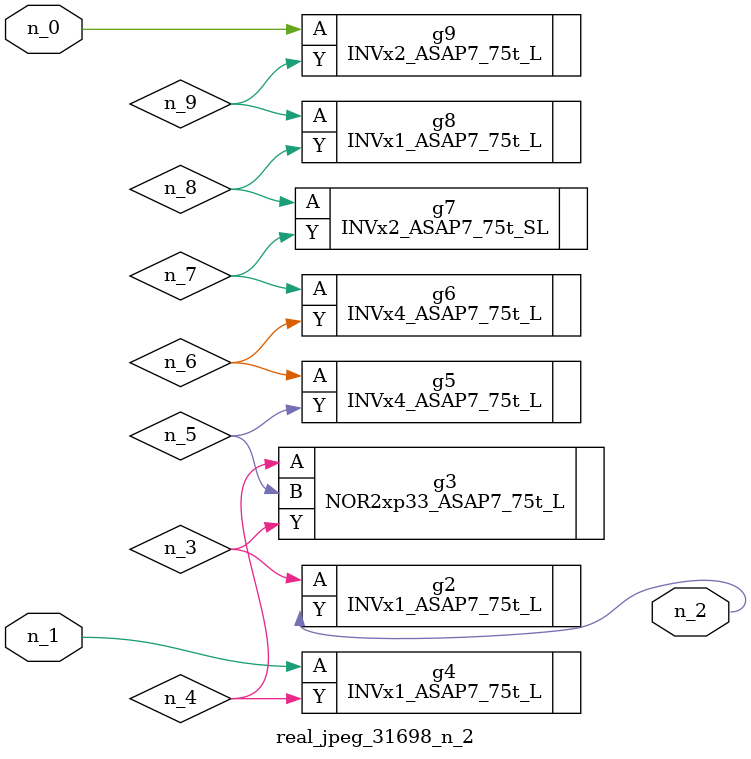
<source format=v>
module real_jpeg_31698_n_2 (n_1, n_0, n_2);

input n_1;
input n_0;

output n_2;

wire n_5;
wire n_4;
wire n_8;
wire n_6;
wire n_7;
wire n_3;
wire n_9;

INVx2_ASAP7_75t_L g9 ( 
.A(n_0),
.Y(n_9)
);

INVx1_ASAP7_75t_L g4 ( 
.A(n_1),
.Y(n_4)
);

INVx1_ASAP7_75t_L g2 ( 
.A(n_3),
.Y(n_2)
);

NOR2xp33_ASAP7_75t_L g3 ( 
.A(n_4),
.B(n_5),
.Y(n_3)
);

INVx4_ASAP7_75t_L g5 ( 
.A(n_6),
.Y(n_5)
);

INVx4_ASAP7_75t_L g6 ( 
.A(n_7),
.Y(n_6)
);

INVx2_ASAP7_75t_SL g7 ( 
.A(n_8),
.Y(n_7)
);

INVx1_ASAP7_75t_L g8 ( 
.A(n_9),
.Y(n_8)
);


endmodule
</source>
